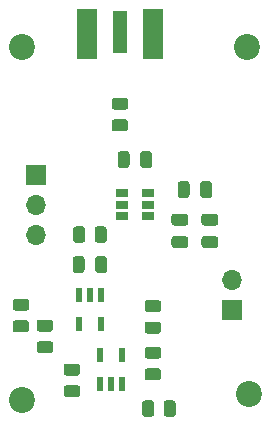
<source format=gbr>
%TF.GenerationSoftware,KiCad,Pcbnew,(5.1.9)-1*%
%TF.CreationDate,2021-03-18T19:40:29-04:00*%
%TF.ProjectId,PowerDetector,506f7765-7244-4657-9465-63746f722e6b,rev?*%
%TF.SameCoordinates,Original*%
%TF.FileFunction,Soldermask,Top*%
%TF.FilePolarity,Negative*%
%FSLAX46Y46*%
G04 Gerber Fmt 4.6, Leading zero omitted, Abs format (unit mm)*
G04 Created by KiCad (PCBNEW (5.1.9)-1) date 2021-03-18 19:40:29*
%MOMM*%
%LPD*%
G01*
G04 APERTURE LIST*
%ADD10R,0.590000X1.210000*%
%ADD11R,1.750000X4.200000*%
%ADD12R,1.270000X3.600000*%
%ADD13R,1.060000X0.650000*%
%ADD14O,1.700000X1.700000*%
%ADD15R,1.700000X1.700000*%
%ADD16C,2.200000*%
G04 APERTURE END LIST*
D10*
%TO.C,U3*%
X116398000Y-102885000D03*
X118298000Y-102885000D03*
X118298000Y-105395000D03*
X117348000Y-105395000D03*
X116398000Y-105395000D03*
%TD*%
%TO.C,U2*%
X116520000Y-100315000D03*
X114620000Y-100315000D03*
X114620000Y-97805000D03*
X115570000Y-97805000D03*
X116520000Y-97805000D03*
%TD*%
D11*
%TO.C,J1*%
X115285000Y-75765000D03*
X120935000Y-75765000D03*
D12*
X118110000Y-75565000D03*
%TD*%
%TO.C,.47u1*%
G36*
G01*
X119830000Y-86835000D02*
X119830000Y-85885000D01*
G75*
G02*
X120080000Y-85635000I250000J0D01*
G01*
X120580000Y-85635000D01*
G75*
G02*
X120830000Y-85885000I0J-250000D01*
G01*
X120830000Y-86835000D01*
G75*
G02*
X120580000Y-87085000I-250000J0D01*
G01*
X120080000Y-87085000D01*
G75*
G02*
X119830000Y-86835000I0J250000D01*
G01*
G37*
G36*
G01*
X117930000Y-86835000D02*
X117930000Y-85885000D01*
G75*
G02*
X118180000Y-85635000I250000J0D01*
G01*
X118680000Y-85635000D01*
G75*
G02*
X118930000Y-85885000I0J-250000D01*
G01*
X118930000Y-86835000D01*
G75*
G02*
X118680000Y-87085000I-250000J0D01*
G01*
X118180000Y-87085000D01*
G75*
G02*
X117930000Y-86835000I0J250000D01*
G01*
G37*
%TD*%
D13*
%TO.C,U1*%
X120480000Y-90170000D03*
X120480000Y-89220000D03*
X120480000Y-91120000D03*
X118280000Y-91120000D03*
X118280000Y-90170000D03*
X118280000Y-89220000D03*
%TD*%
%TO.C,Rsh2*%
G36*
G01*
X121012000Y-106991998D02*
X121012000Y-107892002D01*
G75*
G02*
X120762002Y-108142000I-249998J0D01*
G01*
X120236998Y-108142000D01*
G75*
G02*
X119987000Y-107892002I0J249998D01*
G01*
X119987000Y-106991998D01*
G75*
G02*
X120236998Y-106742000I249998J0D01*
G01*
X120762002Y-106742000D01*
G75*
G02*
X121012000Y-106991998I0J-249998D01*
G01*
G37*
G36*
G01*
X122837000Y-106991998D02*
X122837000Y-107892002D01*
G75*
G02*
X122587002Y-108142000I-249998J0D01*
G01*
X122061998Y-108142000D01*
G75*
G02*
X121812000Y-107892002I0J249998D01*
G01*
X121812000Y-106991998D01*
G75*
G02*
X122061998Y-106742000I249998J0D01*
G01*
X122587002Y-106742000D01*
G75*
G02*
X122837000Y-106991998I0J-249998D01*
G01*
G37*
%TD*%
%TO.C,Rsh1*%
G36*
G01*
X110178002Y-99168000D02*
X109277998Y-99168000D01*
G75*
G02*
X109028000Y-98918002I0J249998D01*
G01*
X109028000Y-98392998D01*
G75*
G02*
X109277998Y-98143000I249998J0D01*
G01*
X110178002Y-98143000D01*
G75*
G02*
X110428000Y-98392998I0J-249998D01*
G01*
X110428000Y-98918002D01*
G75*
G02*
X110178002Y-99168000I-249998J0D01*
G01*
G37*
G36*
G01*
X110178002Y-100993000D02*
X109277998Y-100993000D01*
G75*
G02*
X109028000Y-100743002I0J249998D01*
G01*
X109028000Y-100217998D01*
G75*
G02*
X109277998Y-99968000I249998J0D01*
G01*
X110178002Y-99968000D01*
G75*
G02*
X110428000Y-100217998I0J-249998D01*
G01*
X110428000Y-100743002D01*
G75*
G02*
X110178002Y-100993000I-249998J0D01*
G01*
G37*
%TD*%
%TO.C,Rin1*%
G36*
G01*
X113595998Y-105452500D02*
X114496002Y-105452500D01*
G75*
G02*
X114746000Y-105702498I0J-249998D01*
G01*
X114746000Y-106227502D01*
G75*
G02*
X114496002Y-106477500I-249998J0D01*
G01*
X113595998Y-106477500D01*
G75*
G02*
X113346000Y-106227502I0J249998D01*
G01*
X113346000Y-105702498D01*
G75*
G02*
X113595998Y-105452500I249998J0D01*
G01*
G37*
G36*
G01*
X113595998Y-103627500D02*
X114496002Y-103627500D01*
G75*
G02*
X114746000Y-103877498I0J-249998D01*
G01*
X114746000Y-104402502D01*
G75*
G02*
X114496002Y-104652500I-249998J0D01*
G01*
X113595998Y-104652500D01*
G75*
G02*
X113346000Y-104402502I0J249998D01*
G01*
X113346000Y-103877498D01*
G75*
G02*
X113595998Y-103627500I249998J0D01*
G01*
G37*
%TD*%
%TO.C,RFB4*%
G36*
G01*
X121354002Y-103232000D02*
X120453998Y-103232000D01*
G75*
G02*
X120204000Y-102982002I0J249998D01*
G01*
X120204000Y-102456998D01*
G75*
G02*
X120453998Y-102207000I249998J0D01*
G01*
X121354002Y-102207000D01*
G75*
G02*
X121604000Y-102456998I0J-249998D01*
G01*
X121604000Y-102982002D01*
G75*
G02*
X121354002Y-103232000I-249998J0D01*
G01*
G37*
G36*
G01*
X121354002Y-105057000D02*
X120453998Y-105057000D01*
G75*
G02*
X120204000Y-104807002I0J249998D01*
G01*
X120204000Y-104281998D01*
G75*
G02*
X120453998Y-104032000I249998J0D01*
G01*
X121354002Y-104032000D01*
G75*
G02*
X121604000Y-104281998I0J-249998D01*
G01*
X121604000Y-104807002D01*
G75*
G02*
X121354002Y-105057000I-249998J0D01*
G01*
G37*
%TD*%
%TO.C,RFB3*%
G36*
G01*
X121354002Y-99271500D02*
X120453998Y-99271500D01*
G75*
G02*
X120204000Y-99021502I0J249998D01*
G01*
X120204000Y-98496498D01*
G75*
G02*
X120453998Y-98246500I249998J0D01*
G01*
X121354002Y-98246500D01*
G75*
G02*
X121604000Y-98496498I0J-249998D01*
G01*
X121604000Y-99021502D01*
G75*
G02*
X121354002Y-99271500I-249998J0D01*
G01*
G37*
G36*
G01*
X121354002Y-101096500D02*
X120453998Y-101096500D01*
G75*
G02*
X120204000Y-100846502I0J249998D01*
G01*
X120204000Y-100321498D01*
G75*
G02*
X120453998Y-100071500I249998J0D01*
G01*
X121354002Y-100071500D01*
G75*
G02*
X121604000Y-100321498I0J-249998D01*
G01*
X121604000Y-100846502D01*
G75*
G02*
X121354002Y-101096500I-249998J0D01*
G01*
G37*
%TD*%
%TO.C,RFB1*%
G36*
G01*
X111309998Y-101722500D02*
X112210002Y-101722500D01*
G75*
G02*
X112460000Y-101972498I0J-249998D01*
G01*
X112460000Y-102497502D01*
G75*
G02*
X112210002Y-102747500I-249998J0D01*
G01*
X111309998Y-102747500D01*
G75*
G02*
X111060000Y-102497502I0J249998D01*
G01*
X111060000Y-101972498D01*
G75*
G02*
X111309998Y-101722500I249998J0D01*
G01*
G37*
G36*
G01*
X111309998Y-99897500D02*
X112210002Y-99897500D01*
G75*
G02*
X112460000Y-100147498I0J-249998D01*
G01*
X112460000Y-100672502D01*
G75*
G02*
X112210002Y-100922500I-249998J0D01*
G01*
X111309998Y-100922500D01*
G75*
G02*
X111060000Y-100672502I0J249998D01*
G01*
X111060000Y-100147498D01*
G75*
G02*
X111309998Y-99897500I249998J0D01*
G01*
G37*
%TD*%
%TO.C,R4*%
G36*
G01*
X118560002Y-82150000D02*
X117659998Y-82150000D01*
G75*
G02*
X117410000Y-81900002I0J249998D01*
G01*
X117410000Y-81374998D01*
G75*
G02*
X117659998Y-81125000I249998J0D01*
G01*
X118560002Y-81125000D01*
G75*
G02*
X118810000Y-81374998I0J-249998D01*
G01*
X118810000Y-81900002D01*
G75*
G02*
X118560002Y-82150000I-249998J0D01*
G01*
G37*
G36*
G01*
X118560002Y-83975000D02*
X117659998Y-83975000D01*
G75*
G02*
X117410000Y-83725002I0J249998D01*
G01*
X117410000Y-83199998D01*
G75*
G02*
X117659998Y-82950000I249998J0D01*
G01*
X118560002Y-82950000D01*
G75*
G02*
X118810000Y-83199998I0J-249998D01*
G01*
X118810000Y-83725002D01*
G75*
G02*
X118560002Y-83975000I-249998J0D01*
G01*
G37*
%TD*%
%TO.C,R2*%
G36*
G01*
X115970000Y-93160002D02*
X115970000Y-92259998D01*
G75*
G02*
X116219998Y-92010000I249998J0D01*
G01*
X116745002Y-92010000D01*
G75*
G02*
X116995000Y-92259998I0J-249998D01*
G01*
X116995000Y-93160002D01*
G75*
G02*
X116745002Y-93410000I-249998J0D01*
G01*
X116219998Y-93410000D01*
G75*
G02*
X115970000Y-93160002I0J249998D01*
G01*
G37*
G36*
G01*
X114145000Y-93160002D02*
X114145000Y-92259998D01*
G75*
G02*
X114394998Y-92010000I249998J0D01*
G01*
X114920002Y-92010000D01*
G75*
G02*
X115170000Y-92259998I0J-249998D01*
G01*
X115170000Y-93160002D01*
G75*
G02*
X114920002Y-93410000I-249998J0D01*
G01*
X114394998Y-93410000D01*
G75*
G02*
X114145000Y-93160002I0J249998D01*
G01*
G37*
%TD*%
D14*
%TO.C,J4*%
X127635000Y-96520000D03*
D15*
X127635000Y-99060000D03*
%TD*%
D14*
%TO.C,J2*%
X110998000Y-92710000D03*
X110998000Y-90170000D03*
D15*
X110998000Y-87630000D03*
%TD*%
D16*
%TO.C,H4*%
X109855000Y-106680000D03*
%TD*%
%TO.C,H3*%
X129032000Y-106172000D03*
%TD*%
%TO.C,H2*%
X128905000Y-76835000D03*
%TD*%
%TO.C,H1*%
X109855000Y-76835000D03*
%TD*%
%TO.C,C5*%
G36*
G01*
X116020000Y-95725000D02*
X116020000Y-94775000D01*
G75*
G02*
X116270000Y-94525000I250000J0D01*
G01*
X116770000Y-94525000D01*
G75*
G02*
X117020000Y-94775000I0J-250000D01*
G01*
X117020000Y-95725000D01*
G75*
G02*
X116770000Y-95975000I-250000J0D01*
G01*
X116270000Y-95975000D01*
G75*
G02*
X116020000Y-95725000I0J250000D01*
G01*
G37*
G36*
G01*
X114120000Y-95725000D02*
X114120000Y-94775000D01*
G75*
G02*
X114370000Y-94525000I250000J0D01*
G01*
X114870000Y-94525000D01*
G75*
G02*
X115120000Y-94775000I0J-250000D01*
G01*
X115120000Y-95725000D01*
G75*
G02*
X114870000Y-95975000I-250000J0D01*
G01*
X114370000Y-95975000D01*
G75*
G02*
X114120000Y-95725000I0J250000D01*
G01*
G37*
%TD*%
%TO.C,C4*%
G36*
G01*
X122715000Y-92840000D02*
X123665000Y-92840000D01*
G75*
G02*
X123915000Y-93090000I0J-250000D01*
G01*
X123915000Y-93590000D01*
G75*
G02*
X123665000Y-93840000I-250000J0D01*
G01*
X122715000Y-93840000D01*
G75*
G02*
X122465000Y-93590000I0J250000D01*
G01*
X122465000Y-93090000D01*
G75*
G02*
X122715000Y-92840000I250000J0D01*
G01*
G37*
G36*
G01*
X122715000Y-90940000D02*
X123665000Y-90940000D01*
G75*
G02*
X123915000Y-91190000I0J-250000D01*
G01*
X123915000Y-91690000D01*
G75*
G02*
X123665000Y-91940000I-250000J0D01*
G01*
X122715000Y-91940000D01*
G75*
G02*
X122465000Y-91690000I0J250000D01*
G01*
X122465000Y-91190000D01*
G75*
G02*
X122715000Y-90940000I250000J0D01*
G01*
G37*
%TD*%
%TO.C,C3*%
G36*
G01*
X125255000Y-92840000D02*
X126205000Y-92840000D01*
G75*
G02*
X126455000Y-93090000I0J-250000D01*
G01*
X126455000Y-93590000D01*
G75*
G02*
X126205000Y-93840000I-250000J0D01*
G01*
X125255000Y-93840000D01*
G75*
G02*
X125005000Y-93590000I0J250000D01*
G01*
X125005000Y-93090000D01*
G75*
G02*
X125255000Y-92840000I250000J0D01*
G01*
G37*
G36*
G01*
X125255000Y-90940000D02*
X126205000Y-90940000D01*
G75*
G02*
X126455000Y-91190000I0J-250000D01*
G01*
X126455000Y-91690000D01*
G75*
G02*
X126205000Y-91940000I-250000J0D01*
G01*
X125255000Y-91940000D01*
G75*
G02*
X125005000Y-91690000I0J250000D01*
G01*
X125005000Y-91190000D01*
G75*
G02*
X125255000Y-90940000I250000J0D01*
G01*
G37*
%TD*%
%TO.C,C2*%
G36*
G01*
X124910000Y-89375000D02*
X124910000Y-88425000D01*
G75*
G02*
X125160000Y-88175000I250000J0D01*
G01*
X125660000Y-88175000D01*
G75*
G02*
X125910000Y-88425000I0J-250000D01*
G01*
X125910000Y-89375000D01*
G75*
G02*
X125660000Y-89625000I-250000J0D01*
G01*
X125160000Y-89625000D01*
G75*
G02*
X124910000Y-89375000I0J250000D01*
G01*
G37*
G36*
G01*
X123010000Y-89375000D02*
X123010000Y-88425000D01*
G75*
G02*
X123260000Y-88175000I250000J0D01*
G01*
X123760000Y-88175000D01*
G75*
G02*
X124010000Y-88425000I0J-250000D01*
G01*
X124010000Y-89375000D01*
G75*
G02*
X123760000Y-89625000I-250000J0D01*
G01*
X123260000Y-89625000D01*
G75*
G02*
X123010000Y-89375000I0J250000D01*
G01*
G37*
%TD*%
M02*

</source>
